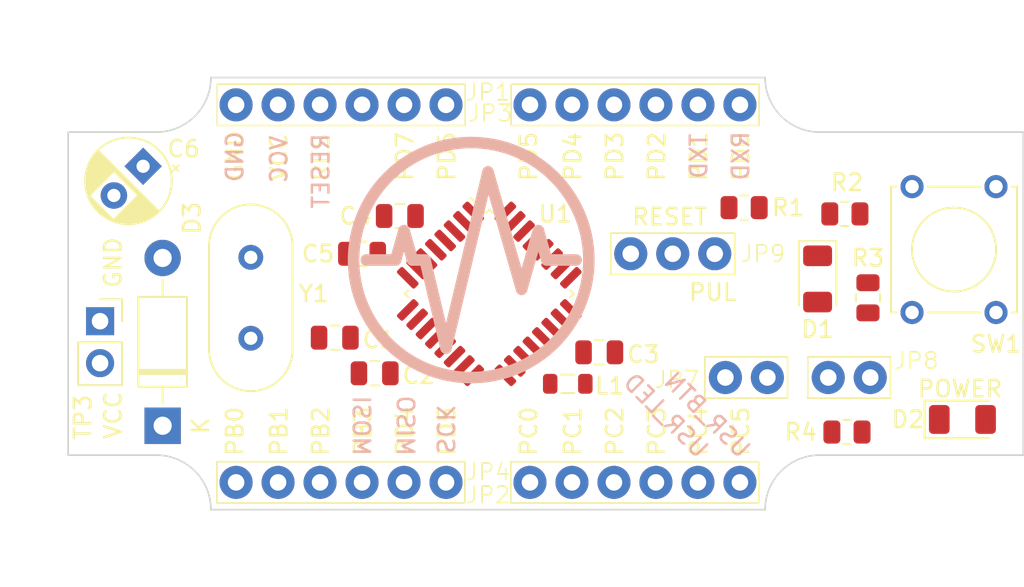
<source format=kicad_pcb>
(kicad_pcb (version 20221018) (generator pcbnew)
  (layers (0 "F.Cu" signal) (31 "B.Cu" signal) (34 "B.Paste" user) (35 "F.Paste" user) (36 "B.SilkS" user "B.Silkscreen") (37 "F.SilkS" user "F.Silkscreen") (38 "B.Mask" user) (39 "F.Mask" user) (44 "Edge.Cuts" user))
  (net 0 "")
  (net 1 "/PD6(AIN0)")
  (net 2 "/PD7(AIN1)")
  (net 4 "VCC")
  (net 5 "GND")
  (net 6 "/PC0")
  (net 7 "/PC1")
  (net 8 "/PC2")
  (net 9 "/PC3")
  (net 10 "/PC4(LED)")
  (net 11 "/PC5(BTN)")
  (net 12 "/PD0(RXD)")
  (net 13 "/PD1(TXD)")
  (net 14 "/PD2")
  (net 15 "/PD3")
  (net 16 "/PD4")
  (net 17 "/PD5")
  (net 18 "/PB0")
  (net 19 "/PB1")
  (net 20 "/PB2(SS)")
  (net 21 "/PB3(MOSI)")
  (net 22 "/PB4(MISO)")
  (net 23 "/PB5(SCK)")
  (net 24 "Net-(D2-K)")
  (net 25 "Net-(D1-A)")
  (net 26 "Net-(JP8-A)")
  (net 27 "Net-(JP9-A)")
  (net 28 "Net-(JP9-C)")
  (net 31 "/XTAL1")
  (net 32 "/XTAL2")
  (net 33 "Net-(U1-AVCC)")
  (net 36 "Net-(D1-K)")
  (net 37 "/EXT_RESET")
  (footprint "project_lib_footprints:2_pin_jumper_socket" (layer "F.Cu") (at 146.304 92.71 180)
    (fp_text reference "JP8" (at -4.064 1.016 unlocked) (layer "F.SilkS") (effects (font (thickness 0.1))))
    (fp_text value "USR_BTN_jumper")
    (fp_line (start -2.5 -1.25) (end 2.5 -1.25) (stroke (width 0.1)) (layer "F.SilkS"))
    (fp_line (start -2.5 1.25) (end -2.5 -1.25) (stroke (width 0.1)) (layer "F.SilkS"))
    (fp_line (start 2.5 -1.25) (end 2.5 1.25) (stroke (width 0.1)) (layer "F.SilkS"))
    (fp_line (start 2.5 1.25) (end -2.5 1.25) (stroke (width 0.1)) (layer "F.SilkS"))
    (pad "1" thru_hole circle (at -1.28 0 180) (size 2 2) (drill 1) (layers "*.Cu" "*.Mask") (net 26 "Net-(JP8-A)"))
    (pad "2" thru_hole circle (at 1.26 0 180) (size 2 2) (drill 1) (layers "*.Cu" "*.Mask") (net 11 "/PC5(BTN)"))
  )
  (footprint "Crystal:Crystal_HC18-U_Vertical" (layer "F.Cu") (at 110.109 90.334001 90)
    (fp_text reference "Y1" (at 2.704001 3.81 180) (layer "F.SilkS"))
    (fp_text value "Crystal_Small")
    (fp_line (start -0.675 -2.525) (end 5.575 -2.525) (stroke (width 0.12)) (layer "F.SilkS"))
    (fp_line (start -0.675 2.525) (end 5.575 2.525) (stroke (width 0.12)) (layer "F.SilkS"))
    (fp_arc (start -0.675 2.525) (mid -3.2 0) (end -0.675 -2.525) (stroke (width 0.12)) (layer "F.SilkS"))
    (fp_arc (start 5.575 -2.525) (mid 8.1 0) (end 5.575 2.525) (stroke (width 0.12)) (layer "F.SilkS"))
    (pad "1" thru_hole circle (at 0 0 90) (size 1.5 1.5) (drill 0.8) (layers "*.Cu" "*.Mask") (net 32 "/XTAL2"))
    (pad "2" thru_hole circle (at 4.9 0 90) (size 1.5 1.5) (drill 0.8) (layers "*.Cu" "*.Mask") (net 31 "/XTAL1"))
  )
  (footprint "project_lib_footprints:2_pin_jumper_socket" (layer "F.Cu") (at 140.081 92.71 180)
    (fp_text reference "JP7" (at 4.191 -0.127 unlocked) (layer "F.SilkS") (effects (font (thickness 0.1))))
    (fp_text value "USR_LED_jumper")
    (fp_line (start -2.5 -1.25) (end 2.5 -1.25) (stroke (width 0.1)) (layer "F.SilkS"))
    (fp_line (start -2.5 1.25) (end -2.5 -1.25) (stroke (width 0.1)) (layer "F.SilkS"))
    (fp_line (start 2.5 -1.25) (end 2.5 1.25) (stroke (width 0.1)) (layer "F.SilkS"))
    (fp_line (start 2.5 1.25) (end -2.5 1.25) (stroke (width 0.1)) (layer "F.SilkS"))
    (pad "1" thru_hole circle (at -1.28 0 180) (size 2 2) (drill 1) (layers "*.Cu" "*.Mask") (net 25 "Net-(D1-A)"))
    (pad "2" thru_hole circle (at 1.26 0 180) (size 2 2) (drill 1) (layers "*.Cu" "*.Mask") (net 10 "/PC4(LED)"))
  )
  (footprint "project_lib_footprints:3_pin_jumper_socker" (layer "F.Cu") (at 135.636 85.217 180)
    (fp_text reference "JP9" (at -5.461 0 unlocked) (layer "F.SilkS") (effects (font (thickness 0.1))))
    (fp_text value "Jumper_3_Bridged12")
    (fp_rect (start 3.75 -1.25) (end -3.75 1.25) (stroke (width 0.1)) (fill none) (layer "F.SilkS"))
    (pad "1" thru_hole circle (at -2.54 0 180) (size 2 2) (drill 1) (layers "*.Cu" "*.Mask") (net 27 "Net-(JP9-A)"))
    (pad "2" thru_hole circle (at 0 0 180) (size 2 2) (drill 1) (layers "*.Cu" "*.Mask") (net 28 "Net-(JP9-C)"))
    (pad "3" thru_hole circle (at 2.54 0 180) (size 2 2) (drill 1) (layers "*.Cu" "*.Mask") (net 37 "/EXT_RESET"))
  )
  (footprint "LED_SMD:LED_1206_3216Metric" (layer "F.Cu") (at 144.399 86.741 -90)
    (fp_text reference "D1" (at 3.048 0 -180) (layer "F.SilkS"))
    (fp_text value "USR_LED")
    (fp_line (start -2.285 -1.135) (end -2.285 1.135) (stroke (width 0.12)) (layer "F.SilkS"))
    (fp_line (start -2.285 1.135) (end 1.6 1.135) (stroke (width 0.12)) (layer "F.SilkS"))
    (fp_line (start 1.6 -1.135) (end -2.285 -1.135) (stroke (width 0.12)) (layer "F.SilkS"))
    (pad "1" smd roundrect (at -1.4 0 270) (size 1.25 1.75) (layers "F.Cu" "F.Paste" "F.Mask") (roundrect_rratio 0.2) (net 36 "Net-(D1-K)"))
    (pad "2" smd roundrect (at 1.4 0 270) (size 1.25 1.75) (layers "F.Cu" "F.Paste" "F.Mask") (roundrect_rratio 0.2) (net 25 "Net-(D1-A)"))
  )
  (footprint "Package_QFP:LQFP-32_7x7mm_P0.8mm" (layer "F.Cu") (at 124.538616 87.643957 -45)
    (fp_text reference "U1" (at -0.604274 -6.240458 -180) (layer "F.SilkS"))
    (fp_text value "~")
    (fp_line (start -3.61 -3.61) (end -3.61 -3.31) (stroke (width 0.12)) (layer "F.SilkS"))
    (fp_line (start -3.61 -3.31) (end -4.925 -3.31) (stroke (width 0.12)) (layer "F.SilkS"))
    (fp_line (start -3.61 3.61) (end -3.61 3.31) (stroke (width 0.12)) (layer "F.SilkS"))
    (fp_line (start -3.31 -3.61) (end -3.61 -3.61) (stroke (width 0.12)) (layer "F.SilkS"))
    (fp_line (start -3.31 3.61) (end -3.61 3.61) (stroke (width 0.12)) (layer "F.SilkS"))
    (fp_line (start 3.31 -3.61) (end 3.61 -3.61) (stroke (width 0.12)) (layer "F.SilkS"))
    (fp_line (start 3.31 3.61) (end 3.61 3.61) (stroke (width 0.12)) (layer "F.SilkS"))
    (fp_line (start 3.61 -3.61) (end 3.61 -3.31) (stroke (width 0.12)) (layer "F.SilkS"))
    (fp_line (start 3.61 3.61) (end 3.61 3.31) (stroke (width 0.12)) (layer "F.SilkS"))
    (pad "1" smd roundrect (at -4.175 -2.8 315) (size 1.5 0.5) (layers "F.Cu" "F.Paste" "F.Mask") (net 15 "/PD3"))
    (pad "2" smd roundrect (at -4.175 -2 315) (size 1.5 0.5) (layers "F.Cu" "F.Paste" "F.Mask") (net 16 "/PD4"))
    (pad "3" smd roundrect (at -4.175 -1.2 315) (size 1.5 0.5) (layers "F.Cu" "F.Paste" "F.Mask"))
    (pad "4" smd roundrect (at -4.175 -0.4 315) (size 1.5 0.5) (layers "F.Cu" "F.Paste" "F.Mask") (net 4 "VCC"))
    (pad "5" smd roundrect (at -4.175 0.4 315) (size 1.5 0.5) (layers "F.Cu" "F.Paste" "F.Mask") (net 5 "GND"))
    (pad "6" smd roundrect (at -4.175 1.2 315) (size 1.5 0.5) (layers "F.Cu" "F.Paste" "F.Mask"))
    (pad "7" smd roundrect (at -4.175 2 315) (size 1.5 0.5) (layers "F.Cu" "F.Paste" "F.Mask") (net 31 "/XTAL1"))
    (pad "8" smd roundrect (at -4.175 2.8 315) (size 1.5 0.5) (layers "F.Cu" "F.Paste" "F.Mask") (net 32 "/XTAL2"))
    (pad "9" smd roundrect (at -2.8 4.175 315) (size 0.5 1.5) (layers "F.Cu" "F.Paste" "F.Mask") (net 17 "/PD5"))
    (pad "10" smd roundrect (at -2 4.175 315) (size 0.5 1.5) (layers "F.Cu" "F.Paste" "F.Mask") (net 1 "/PD6(AIN0)"))
    (pad "11" smd roundrect (at -1.2 4.175 315) (size 0.5 1.5) (layers "F.Cu" "F.Paste" "F.Mask") (net 2 "/PD7(AIN1)"))
    (pad "12" smd roundrect (at -0.4 4.175 315) (size 0.5 1.5) (layers "F.Cu" "F.Paste" "F.Mask") (net 18 "/PB0"))
    (pad "13" smd roundrect (at 0.4 4.175 315) (size 0.5 1.5) (layers "F.Cu" "F.Paste" "F.Mask") (net 19 "/PB1"))
    (pad "14" smd roundrect (at 1.2 4.175 315) (size 0.5 1.5) (layers "F.Cu" "F.Paste" "F.Mask") (net 20 "/PB2(SS)"))
    (pad "15" smd roundrect (at 2 4.175 315) (size 0.5 1.5) (layers "F.Cu" "F.Paste" "F.Mask") (net 21 "/PB3(MOSI)"))
    (pad "16" smd roundrect (at 2.8 4.175 315) (size 0.5 1.5) (layers "F.Cu" "F.Paste" "F.Mask") (net 22 "/PB4(MISO)"))
    (pad "17" smd roundrect (at 4.175 2.8 315) (size 1.5 0.5) (layers "F.Cu" "F.Paste" "F.Mask") (net 23 "/PB5(SCK)"))
    (pad "18" smd roundrect (at 4.175 2 315) (size 1.5 0.5) (layers "F.Cu" "F.Paste" "F.Mask") (net 33 "Net-(U1-AVCC)"))
    (pad "19" smd roundrect (at 4.175 1.2 315) (size 1.5 0.5) (layers "F.Cu" "F.Paste" "F.Mask"))
    (pad "20" smd roundrect (at 4.175 0.4 315) (size 1.5 0.5) (layers "F.Cu" "F.Paste" "F.Mask") (net 4 "VCC"))
    (pad "21" smd roundrect (at 4.175 -0.4 315) (size 1.5 0.5) (layers "F.Cu" "F.Paste" "F.Mask") (net 5 "GND"))
    (pad "22" smd roundrect (at 4.175 -1.2 315) (size 1.5 0.5) (layers "F.Cu" "F.Paste" "F.Mask"))
    (pad "23" smd roundrect (at 4.175 -2 315) (size 1.5 0.5) (layers "F.Cu" "F.Paste" "F.Mask") (net 6 "/PC0"))
    (pad "24" smd roundrect (at 4.175 -2.8 315) (size 1.5 0.5) (layers "F.Cu" "F.Paste" "F.Mask") (net 7 "/PC1"))
    (pad "25" smd roundrect (at 2.8 -4.175 315) (size 0.5 1.5) (layers "F.Cu" "F.Paste" "F.Mask") (net 8 "/PC2"))
    (pad "26" smd roundrect (at 2 -4.175 315) (size 0.5 1.5) (layers "F.Cu" "F.Paste" "F.Mask") (net 9 "/PC3"))
    (pad "27" smd roundrect (at 1.2 -4.175 315) (size 0.5 1.5) (layers "F.Cu" "F.Paste" "F.Mask") (net 10 "/PC4(LED)"))
    (pad "28" smd roundrect (at 0.4 -4.175 315) (size 0.5 1.5) (layers "F.Cu" "F.Paste" "F.Mask") (net 11 "/PC5(BTN)"))
    (pad "29" smd roundrect (at -0.4 -4.175 315) (size 0.5 1.5) (layers "F.Cu" "F.Paste" "F.Mask") (net 28 "Net-(JP9-C)"))
    (pad "30" smd roundrect (at -1.2 -4.175 315) (size 0.5 1.5) (layers "F.Cu" "F.Paste" "F.Mask") (net 12 "/PD0(RXD)"))
    (pad "31" smd roundrect (at -2 -4.175 315) (size 0.5 1.5) (layers "F.Cu" "F.Paste" "F.Mask") (net 13 "/PD1(TXD)"))
    (pad "32" smd roundrect (at -2.8 -4.175 315) (size 0.5 1.5) (layers "F.Cu" "F.Paste" "F.Mask") (net 14 "/PD2"))
  )
  (footprint "Diode_THT:D_DO-41_SOD81_P10.16mm_Horizontal" (layer "F.Cu") (at 104.775 95.631 90)
    (fp_text reference "D3" (at 12.573 1.778 90) (layer "F.SilkS"))
    (fp_text value "1N4001")
    (fp_text user "K" (at 0 2.286 90) (layer "F.SilkS"))
    (fp_line (start 1.34 0) (end 2.36 0) (stroke (width 0.12)) (layer "F.SilkS"))
    (fp_line (start 2.36 -1.47) (end 2.36 1.47) (stroke (width 0.12)) (layer "F.SilkS"))
    (fp_line (start 2.36 1.47) (end 7.8 1.47) (stroke (width 0.12)) (layer "F.SilkS"))
    (fp_line (start 3.14 -1.47) (end 3.14 1.47) (stroke (width 0.12)) (layer "F.SilkS"))
    (fp_line (start 3.26 -1.47) (end 3.26 1.47) (stroke (width 0.12)) (layer "F.SilkS"))
    (fp_line (start 3.38 -1.47) (end 3.38 1.47) (stroke (width 0.12)) (layer "F.SilkS"))
    (fp_line (start 7.8 -1.47) (end 2.36 -1.47) (stroke (width 0.12)) (layer "F.SilkS"))
    (fp_line (start 7.8 1.47) (end 7.8 -1.47) (stroke (width 0.12)) (layer "F.SilkS"))
    (fp_line (start 8.82 0) (end 7.8 0) (stroke (width 0.12)) (layer "F.SilkS"))
    (pad "1" thru_hole rect (at 0 0 90) (size 2.2 2.2) (drill 1.1) (layers "*.Cu" "*.Mask") (net 4 "VCC"))
    (pad "2" thru_hole oval (at 10.16 0 90) (size 2.2 2.2) (drill 1.1) (layers "*.Cu" "*.Mask") (net 5 "GND"))
  )
  (footprint "Button_Switch_THT:SW_Tactile_Straight_KSA0Axx1LFTR" (layer "F.Cu") (at 155.194 81.153 -90)
    (fp_text reference "SW1" (at 9.525 0 -180) (layer "F.SilkS"))
    (fp_text value "USR_BTN")
    (fp_line (start 0 -1.27) (end 0 -0.97) (stroke (width 0.12)) (layer "F.SilkS"))
    (fp_line (start 0 -1.27) (end 7.62 -1.27) (stroke (width 0.12)) (layer "F.SilkS"))
    (fp_line (start 0 0.97) (end 0 4.11) (stroke (width 0.12)) (layer "F.SilkS"))
    (fp_line (start 0 6.05) (end 0 6.35) (stroke (width 0.12)) (layer "F.SilkS"))
    (fp_line (start 7.62 -1.27) (end 7.62 -0.97) (stroke (width 0.12)) (layer "F.SilkS"))
    (fp_line (start 7.62 0.97) (end 7.62 4.11) (stroke (width 0.12)) (layer "F.SilkS"))
    (fp_line (start 7.62 6.05) (end 7.62 6.35) (stroke (width 0.12)) (layer "F.SilkS"))
    (fp_line (start 7.62 6.35) (end 0 6.35) (stroke (width 0.12)) (layer "F.SilkS"))
    (fp_circle (center 3.81 2.54) (end 3.81 0) (stroke (width 0.12)) (fill none) (layer "F.SilkS"))
    (pad "1" thru_hole circle (at 0 0 270) (size 1.397 1.397) (drill 0.8128) (layers "*.Cu" "*.Mask") (net 4 "VCC"))
    (pad "1" thru_hole circle (at 7.62 0 270) (size 1.397 1.397) (drill 0.8128) (layers "*.Cu" "*.Mask") (net 4 "VCC"))
    (pad "2" thru_hole circle (at 0 5.08 270) (size 1.397 1.397) (drill 0.8128) (layers "*.Cu" "*.Mask") (net 26 "Net-(JP8-A)"))
    (pad "2" thru_hole circle (at 7.62 5.08 270) (size 1.397 1.397) (drill 0.8128) (layers "*.Cu" "*.Mask") (net 26 "Net-(JP8-A)"))
  )
  (footprint "LED_SMD:LED_1206_3216Metric" (layer "F.Cu") (at 153.162 95.25)
    (fp_text reference "D2" (at -3.302 0 180) (layer "F.SilkS"))
    (fp_text value "PWR_LED")
    (fp_line (start -2.285 -1.135) (end -2.285 1.135) (stroke (width 0.12)) (layer "F.SilkS"))
    (fp_line (start -2.285 1.135) (end 1.6 1.135) (stroke (width 0.12)) (layer "F.SilkS"))
    (fp_line (start 1.6 -1.135) (end -2.285 -1.135) (stroke (width 0.12)) (layer "F.SilkS"))
    (pad "1" smd roundrect (at -1.4 0) (size 1.25 1.75) (layers "F.Cu" "F.Paste" "F.Mask") (roundrect_rratio 0.2) (net 24 "Net-(D2-K)"))
    (pad "2" smd roundrect (at 1.4 0) (size 1.25 1.75) (layers "F.Cu" "F.Paste" "F.Mask") (roundrect_rratio 0.2) (net 4 "VCC"))
  )
  (footprint "Resistor_SMD:R_0805_2012Metric" (layer "F.Cu") (at 146.05 82.804 180)
    (fp_text reference "R2" (at -0.127 1.905) (layer "F.SilkS"))
    (fp_text value "R")
    (fp_line (start -0.227064 -0.735) (end 0.227064 -0.735) (stroke (width 0.12)) (layer "F.SilkS"))
    (fp_line (start -0.227064 0.735) (end 0.227064 0.735) (stroke (width 0.12)) (layer "F.SilkS"))
    (pad "1" smd roundrect (at -0.9125 0 180) (size 1.025 1.4) (layers "F.Cu" "F.Paste" "F.Mask") (roundrect_rratio 0.243902) (net 5 "GND"))
    (pad "2" smd roundrect (at 0.9125 0 180) (size 1.025 1.4) (layers "F.Cu" "F.Paste" "F.Mask") (roundrect_rratio 0.243902) (net 36 "Net-(D1-K)"))
  )
  (footprint "Capacitor_SMD:C_0805_2012Metric" (layer "F.Cu") (at 117.602 92.456)
    (fp_text reference "C2" (at 2.667 0.127) (layer "F.SilkS"))
    (fp_text value "C")
    (fp_line (start -0.261252 -0.735) (end 0.261252 -0.735) (stroke (width 0.12)) (layer "F.SilkS"))
    (fp_line (start -0.261252 0.735) (end 0.261252 0.735) (stroke (width 0.12)) (layer "F.SilkS"))
    (pad "1" smd roundrect (at -0.95 0) (size 1 1.45) (layers "F.Cu" "F.Paste" "F.Mask") (net 5 "GND"))
    (pad "2" smd roundrect (at 0.95 0) (size 1 1.45) (layers "F.Cu" "F.Paste" "F.Mask") (net 32 "/XTAL2"))
  )
  (footprint "Resistor_SMD:R_0805_2012Metric" (layer "F.Cu") (at 146.177 96.012)
    (fp_text reference "R4" (at -2.794 0 180) (layer "F.SilkS"))
    (fp_text value "R")
    (fp_line (start -0.227064 -0.735) (end 0.227064 -0.735) (stroke (width 0.12)) (layer "F.SilkS"))
    (fp_line (start -0.227064 0.735) (end 0.227064 0.735) (stroke (width 0.12)) (layer "F.SilkS"))
    (pad "1" smd roundrect (at -0.9125 0) (size 1.025 1.4) (layers "F.Cu" "F.Paste" "F.Mask") (roundrect_rratio 0.243902) (net 5 "GND"))
    (pad "2" smd roundrect (at 0.9125 0) (size 1.025 1.4) (layers "F.Cu" "F.Paste" "F.Mask") (roundrect_rratio 0.243902) (net 24 "Net-(D2-K)"))
  )
  (footprint "project_lib_footprints:breadboard_pins" (layer "F.Cu") (at 133.36 76.2 180)
    (fp_text reference "JP3" (at 8.773 -0.508 unlocked) (layer "F.SilkS") (effects (font (thickness 0.1))))
    (fp_text value "~")
    (fp_line (start -7.5 -1.25) (end 7.5 -1.25) (stroke (width 0.1)) (layer "F.SilkS"))
    (fp_line (start -7.5 1.25) (end -7.5 -1.25) (stroke (width 0.1)) (layer "F.SilkS"))
    (fp_line (start 7.5 -1.25) (end 7.5 -1) (stroke (width 0.1)) (layer "F.SilkS"))
    (fp_line (start 7.5 -1) (end 7.5 1.25) (stroke (width 0.1)) (layer "F.SilkS"))
    (fp_line (start 7.5 1.25) (end -7.5 1.25) (stroke (width 0.1)) (layer "F.SilkS"))
    (pad "1" thru_hole circle (at -6.34 0 180) (size 2 2) (drill 1) (layers "*.Cu" "*.Mask") (net 12 "/PD0(RXD)"))
    (pad "2" thru_hole circle (at -3.8 0 180) (size 2 2) (drill 1) (layers "*.Cu" "*.Mask") (net 13 "/PD1(TXD)"))
    (pad "3" thru_hole circle (at -1.26 0 180) (size 2 2) (drill 1) (layers "*.Cu" "*.Mask") (net 14 "/PD2"))
    (pad "4" thru_hole circle (at 1.28 0 180) (size 2 2) (drill 1) (layers "*.Cu" "*.Mask") (net 15 "/PD3"))
    (pad "5" thru_hole circle (at 3.82 0 180) (size 2 2) (drill 1) (layers "*.Cu" "*.Mask") (net 16 "/PD4"))
    (pad "6" thru_hole circle (at 6.36 0 180) (size 2 2) (drill 1) (layers "*.Cu" "*.Mask") (net 17 "/PD5"))
  )
  (footprint "Capacitor_THT:CP_Radial_D5.0mm_P2.50mm" (layer "F.Cu") (at 103.595143 79.919857 -135)
    (fp_text reference "C6" (at -2.476793 -0.987828 -180) (layer "F.SilkS"))
    (fp_text value "C_Polarized")
    (fp_line (start -1.554775 -1.475) (end -1.054775 -1.475) (stroke (width 0.12)) (layer "F.SilkS"))
    (fp_line (start -1.304775 -1.725) (end -1.304775 -1.225) (stroke (width 0.12)) (layer "F.SilkS"))
    (fp_line (start 1.25 -2.58) (end 1.25 2.58) (stroke (width 0.12)) (layer "F.SilkS"))
    (fp_line (start 1.29 -2.58) (end 1.29 2.58) (stroke (width 0.12)) (layer "F.SilkS"))
    (fp_line (start 1.33 -2.579) (end 1.33 2.579) (stroke (width 0.12)) (layer "F.SilkS"))
    (fp_line (start 1.37 -2.578) (end 1.37 2.578) (stroke (width 0.12)) (layer "F.SilkS"))
    (fp_line (start 1.41 -2.576) (end 1.41 2.576) (stroke (width 0.12)) (layer "F.SilkS"))
    (fp_line (start 1.45 -2.573) (end 1.45 2.573) (stroke (width 0.12)) (layer "F.SilkS"))
    (fp_line (start 1.49 -2.569) (end 1.49 -1.04) (stroke (width 0.12)) (layer "F.SilkS"))
    (fp_line (start 1.49 1.04) (end 1.49 2.569) (stroke (width 0.12)) (layer "F.SilkS"))
    (fp_line (start 1.53 -2.565) (end 1.53 -1.04) (stroke (width 0.12)) (layer "F.SilkS"))
    (fp_line (start 1.53 1.04) (end 1.53 2.565) (stroke (width 0.12)) (layer "F.SilkS"))
    (fp_line (start 1.57 -2.561) (end 1.57 -1.04) (stroke (width 0.12)) (layer "F.SilkS"))
    (fp_line (start 1.57 1.04) (end 1.57 2.561) (stroke (width 0.12)) (layer "F.SilkS"))
    (fp_line (start 1.61 -2.556) (end 1.61 -1.04) (stroke (width 0.12)) (layer "F.SilkS"))
    (fp_line (start 1.61 1.04) (end 1.61 2.556) (stroke (width 0.12)) (layer "F.SilkS"))
    (fp_line (start 1.65 -2.55) (end 1.65 -1.04) (stroke (width 0.12)) (layer "F.SilkS"))
    (fp_line (start 1.65 1.04) (end 1.65 2.55) (stroke (width 0.12)) (layer "F.SilkS"))
    (fp_line (start 1.69 -2.543) (end 1.69 -1.04) (stroke (width 0.12)) (layer "F.SilkS"))
    (fp_line (start 1.69 1.04) (end 1.69 2.543) (stroke (width 0.12)) (layer "F.SilkS"))
    (fp_line (start 1.73 -2.536) (end 1.73 -1.04) (stroke (width 0.12)) (layer "F.SilkS"))
    (fp_line (start 1.73 1.04) (end 1.73 2.536) (stroke (width 0.12)) (layer "F.SilkS"))
    (fp_line (start 1.77 -2.528) (end 1.77 -1.04) (stroke (width 0.12)) (layer "F.SilkS"))
    (fp_line (start 1.77 1.04) (end 1.77 2.528) (stroke (width 0.12)) (layer "F.SilkS"))
    (fp_line (start 1.81 -2.52) (end 1.81 -1.04) (stroke (width 0.12)) (layer "F.SilkS"))
    (fp_line (start 1.81 1.04) (end 1.81 2.52) (stroke (width 0.12)) (layer "F.SilkS"))
    (fp_line (start 1.85 -2.511) (end 1.85 -1.04) (stroke (width 0.12)) (layer "F.SilkS"))
    (fp_line (start 1.85 1.04) (end 1.85 2.511) (stroke (width 0.12)) (layer "F.SilkS"))
    (fp_line (start 1.89 -2.501) (end 1.89 -1.04) (stroke (width 0.12)) (layer "F.SilkS"))
    (fp_line (start 1.89 1.04) (end 1.89 2.501) (stroke (width 0.12)) (layer "F.SilkS"))
    (fp_line (start 1.93 -2.491) (end 1.93 -1.04) (stroke (width 0.12)) (layer "F.SilkS"))
    (fp_line (start 1.93 1.04) (end 1.93 2.491) (stroke (width 0.12)) (layer "F.SilkS"))
    (fp_line (start 1.971 -2.48) (end 1.971 -1.04) (stroke (width 0.12)) (layer "F.SilkS"))
    (fp_line (start 1.971 1.04) (end 1.971 2.48) (stroke (width 0.12)) (layer "F.SilkS"))
    (fp_line (start 2.011 -2.468) (end 2.011 -1.04) (stroke (width 0.12)) (layer "F.SilkS"))
    (fp_line (start 2.011 1.04) (end 2.011 2.468) (stroke (width 0.12)) (layer "F.SilkS"))
    (fp_line (start 2.051 -2.455) (end 2.051 -1.04) (stroke (width 0.12)) (layer "F.SilkS"))
    (fp_line (start 2.051 1.04) (end 2.051 2.455) (stroke (width 0.12)) (layer "F.SilkS"))
    (fp_line (start 2.091 -2.442) (end 2.091 -1.04) (stroke (width 0.12)) (layer "F.SilkS"))
    (fp_line (start 2.091 1.04) (end 2.091 2.442) (stroke (width 0.12)) (layer "F.SilkS"))
    (fp_line (start 2.131 -2.428) (end 2.131 -1.04) (stroke (width 0.12)) (layer "F.SilkS"))
    (fp_line (start 2.131 1.04) (end 2.131 2.428) (stroke (width 0.12)) (layer "F.SilkS"))
    (fp_line (start 2.171 -2.414) (end 2.171 -1.04) (stroke (width 0.12)) (layer "F.SilkS"))
    (fp_line (start 2.171 1.04) (end 2.171 2.414) (stroke (width 0.12)) (layer "F.SilkS"))
    (fp_line (start 2.211 -2.398) (end 2.211 -1.04) (stroke (width 0.12)) (layer "F.SilkS"))
    (fp_line (start 2.211 1.04) (end 2.211 2.398) (stroke (width 0.12)) (layer "F.SilkS"))
    (fp_line (start 2.251 -2.382) (end 2.251 -1.04) (stroke (width 0.12)) (layer "F.SilkS"))
    (fp_line (start 2.251 1.04) (end 2.251 2.382) (stroke (width 0.12)) (layer "F.SilkS"))
    (fp_line (start 2.291 -2.365) (end 2.291 -1.04) (stroke (width 0.12)) (layer "F.SilkS"))
    (fp_line (start 2.291 1.04) (end 2.291 2.365) (stroke (width 0.12)) (layer "F.SilkS"))
    (fp_line (start 2.331 -2.348) (end 2.331 -1.04) (stroke (width 0.12)) (layer "F.SilkS"))
    (fp_line (start 2.331 1.04) (end 2.331 2.348) (stroke (width 0.12)) (layer "F.SilkS"))
    (fp_line (start 2.371 -2.329) (end 2.371 -1.04) (stroke (width 0.12)) (layer "F.SilkS"))
    (fp_line (start 2.371 1.04) (end 2.371 2.329) (stroke (width 0.12)) (layer "F.SilkS"))
    (fp_line (start 2.411 -2.31) (end 2.411 -1.04) (stroke (width 0.12)) (layer "F.SilkS"))
    (fp_line (start 2.411 1.04) (end 2.411 2.31) (stroke (width 0.12)) (layer "F.SilkS"))
    (fp_line (start 2.451 -2.29) (end 2.451 -1.04) (stroke (width 0.12)) (layer "F.SilkS"))
    (fp_line (start 2.451 1.04) (end 2.451 2.29) (stroke (width 0.12)) (layer "F.SilkS"))
    (fp_line (start 2.491 -2.268) (end 2.491 -1.04) (stroke (width 0.12)) (layer "F.SilkS"))
    (fp_line (start 2.491 1.04) (end 2.491 2.268) (stroke (width 0.12)) (layer "F.SilkS"))
    (fp_line (start 2.531 -2.247) (end 2.531 -1.04) (stroke (width 0.12)) (layer "F.SilkS"))
    (fp_line (start 2.531 1.04) (end 2.531 2.247) (stroke (width 0.12)) (layer "F.SilkS"))
    (fp_line (start 2.571 -2.224) (end 2.571 -1.04) (stroke (width 0.12)) (layer "F.SilkS"))
    (fp_line (start 2.571 1.04) (end 2.571 2.224) (stroke (width 0.12)) (layer "F.SilkS"))
    (fp_line (start 2.611 -2.2) (end 2.611 -1.04) (stroke (width 0.12)) (layer "F.SilkS"))
    (fp_line (start 2.611 1.04) (end 2.611 2.2) (stroke (width 0.12)) (layer "F.SilkS"))
    (fp_line (start 2.651 -2.175) (end 2.651 -1.04) (stroke (width 0.12)) (layer "F.SilkS"))
    (fp_line (start 2.651 1.04) (end 2.651 2.175) (stroke (width 0.12)) (layer "F.SilkS"))
    (fp_line (start 2.691 -2.149) (end 2.691 -1.04) (stroke (width 0.12)) (layer "F.SilkS"))
    (fp_line (start 2.691 1.04) (end 2.691 2.149) (stroke (width 0.12)) (layer "F.SilkS"))
    (fp_line (start 2.731 -2.122) (end 2.731 -1.04) (stroke (width 0.12)) (layer "F.SilkS"))
    (fp_line (start 2.731 1.04) (end 2.731 2.122) (stroke (width 0.12)) (layer "F.SilkS"))
    (fp_line (start 2.771 -2.095) (end 2.771 -1.04) (stroke (width 0.12)) (layer "F.SilkS"))
    (fp_line (start 2.771 1.04) (end 2.771 2.095) (stroke (width 0.12)) (layer "F.SilkS"))
    (fp_line (start 2.811 -2.065) (end 2.811 -1.04) (stroke (width 0.12)) (layer "F.SilkS"))
    (fp_line (start 2.811 1.04) (end 2.811 2.065) (stroke (width 0.12)) (layer "F.SilkS"))
    (fp_line (start 2.851 -2.035) (end 2.851 -1.04) (stroke (width 0.12)) (layer "F.SilkS"))
    (fp_line (start 2.851 1.04) (end 2.851 2.035) (stroke (width 0.12)) (layer "F.SilkS"))
    (fp_line (start 2.891 -2.004) (end 2.891 -1.04) (stroke (width 0.12)) (layer "F.SilkS"))
    (fp_line (start 2.891 1.04) (end 2.891 2.004) (stroke (width 0.12)) (layer "F.SilkS"))
    (fp_line (start 2.931 -1.971) (end 2.931 -1.04) (stroke (width 0.12)) (layer "F.SilkS"))
    (fp_line (start 2.931 1.04) (end 2.931 1.971) (stroke (width 0.12)) (layer "F.SilkS"))
    (fp_line (start 2.971 -1.937) (end 2.971 -1.04) (stroke (width 0.12)) (layer "F.SilkS"))
    (fp_line (start 2.971 1.04) (end 2.971 1.937) (stroke (width 0.12)) (layer "F.SilkS"))
    (fp_line (start 3.011 -1.901) (end 3.011 -1.04) (stroke (width 0.12)) (layer "F.SilkS"))
    (fp_line (start 3.011 1.04) (end 3.011 1.901) (stroke (width 0.12)) (layer "F.SilkS"))
    (fp_line (start 3.051 -1.864) (end 3.051 -1.04) (stroke (width 0.12)) (layer "F.SilkS"))
    (fp_line (start 3.051 1.04) (end 3.051 1.864) (stroke (width 0.12)) (layer "F.SilkS"))
    (fp_line (start 3.091 -1.826) (end 3.091 -1.04) (stroke (width 0.12)) (layer "F.SilkS"))
    (fp_line (start 3.091 1.04) (end 3.091 1.826) (stroke (width 0.12)) (layer "F.SilkS"))
    (fp_line (start 3.131 -1.785) (end 3.131 -1.04) (stroke (width 0.12)) (layer "F.SilkS"))
    (fp_line (start 3.131 1.04) (end 3.131 1.785) (stroke (width 0.12)) (layer "F.SilkS"))
    (fp_line (start 3.171 -1.743) (end 3.171 -1.04) (stroke (width 0.12)) (layer "F.SilkS"))
    (fp_line (start 3.171 1.04) (end 3.171 1.743) (stroke (width 0.12)) (layer "F.SilkS"))
    (fp_line (start 3.211 -1.699) (end 3.211 -1.04) (stroke (width 0.12)) (layer "F.SilkS"))
    (fp_line (start 3.211 1.04) (end 3.211 1.699) (stroke (width 0.12)) (layer "F.SilkS"))
    (fp_line (start 3.251 -1.653) (end 3.251 -1.04) (stroke (width 0.12)) (layer "F.SilkS"))
    (fp_line (start 3.251 1.04) (end 3.251 1.653) (stroke (width 0.12)) (layer "F.SilkS"))
    (fp_line (start 3.291 -1.605) (end 3.291 -1.04) (stroke (width 0.12)) (layer "F.SilkS"))
    (fp_line (start 3.291 1.04) (end 3.291 1.605) (stroke (width 0.12)) (layer "F.SilkS"))
    (fp_line (start 3.331 -1.554) (end 3.331 -1.04) (stroke (width 0.12)) (layer "F.SilkS"))
    (fp_line (start 3.331 1.04) (end 3.331 1.554) (stroke (width 0.12)) (layer "F.SilkS"))
    (fp_line (start 3.371 -1.5) (end 3.371 -1.04) (stroke (width 0.12)) (layer "F.SilkS"))
    (fp_line (start 3.371 1.04) (end 3.371 1.5) (stroke (width 0.12)) (layer "F.SilkS"))
    (fp_line (start 3.411 -1.443) (end 3.411 -1.04) (stroke (width 0.12)) (layer "F.SilkS"))
    (fp_line (start 3.411 1.04) (end 3.411 1.443) (stroke (width 0.12)) (layer "F.SilkS"))
    (fp_line (start 3.451 -1.383) (end 3.451 -1.04) (stroke (width 0.12)) (layer "F.SilkS"))
    (fp_line (start 3.451 1.04) (end 3.451 1.383) (stroke (width 0.12)) (layer "F.SilkS"))
    (fp_line (start 3.491 -1.319) (end 3.491 -1.04) (stroke (width 0.12)) (layer "F.SilkS"))
    (fp_line (start 3.491 1.04) (end 3.491 1.319) (stroke (width 0.12)) (layer "F.SilkS"))
    (fp_line (start 3.531 -1.251) (end 3.531 -1.04) (stroke (width 0.12)) (layer "F.SilkS"))
    (fp_line (start 3.531 1.04) (end 3.531 1.251) (stroke (width 0.12)) (layer "F.SilkS"))
    (fp_line (start 3.571 -1.178) (end 3.571 1.178) (stroke (width 0.12)) (layer "F.SilkS"))
    (fp_line (start 3.611 -1.098) (end 3.611 1.098) (stroke (width 0.12)) (layer "F.SilkS"))
    (fp_line (start 3.651 -1.011) (end 3.651 1.011) (stroke (width 0.12)) (layer "F.SilkS"))
    (fp_line (start 3.691 -0.915) (end 3.691 0.915) (stroke (width 0.12)) (layer "F.SilkS"))
    (fp_line (start 3.731 -0.805) (end 3.731 0.805) (stroke (width 0.12)) (layer "F.SilkS"))
    (fp_line (start 3.771 -0.677) (end 3.771 0.677) (stroke (width 0.12)) (layer "F.SilkS"))
    (fp_line (start 3.811 -0.518) (end 3.811 0.518) (stroke (width 0.12)) (layer "F.SilkS"))
    (fp_line (start 3.851 -0.284) (end 3.851 0.284) (stroke (width 0.12)) (layer "F.SilkS"))
    (fp_circle (center 1.25 0) (end 3.87 0) (stroke (width 0.12)) (fill none) (layer "F.SilkS"))
    (pad "1" thru_hole rect (at 0 0 225) (size 1.6 1.6) (drill 0.8) (layers "*.Cu" "*.Mask") (net 4 "VCC"))
    (pad "2" thru_hole circle (at 2.5 0 225) (size 1.6 1.6) (drill 0.8) (layers "*.Cu" "*.Mask") (net 5 "GND"))
  )
  (footprint "Inductor_SMD:L_0805_2012Metric" (layer "F.Cu") (at 129.286 93.091 180)
    (fp_text reference "L1" (at -2.54 -0.127) (layer "F.SilkS"))
    (fp_text value "L")
    (fp_line (start -0.399622 -0.56) (end 0.399622 -0.56) (stroke (width 0.12)) (layer "F.SilkS"))
    (fp_line (start -0.399622 0.56) (end 0.399622 0.56) (stroke (width 0.12)) (layer "F.SilkS"))
    (pad "1" smd roundrect (at -1.0625 0 180) (size 0.875 1.2) (layers "F.Cu" "F.Paste" "F.Mask") (net 4 "VCC"))
    (pad "2" smd roundrect (at 1.0625 0 180) (size 0.875 1.2) (layers "F.Cu" "F.Paste" "F.Mask") (net 33 "Net-(U1-AVCC)"))
  )
  (footprint "project_lib_footprints:breadboard_pins" (layer "F.Cu") (at 115.56 99.06)
    (fp_text reference "JP4" (at 8.9 -0.635 unlocked) (layer "F.SilkS") (effects (font (thickness 0.1))))
    (fp_text value "~")
    (fp_line (start -7.5 -1.25) (end 7.5 -1.25) (stroke (width 0.1)) (layer "F.SilkS"))
    (fp_line (start -7.5 1.25) (end -7.5 -1.25) (stroke (width 0.1)) (layer "F.SilkS"))
    (fp_line (start 7.5 -1.25) (end 7.5 -1) (stroke (width 0.1)) (layer "F.SilkS"))
    (fp_line (start 7.5 -1) (end 7.5 1.25) (stroke (width 0.1)) (layer "F.SilkS"))
    (fp_line (start 7.5 1.25) (end -7.5 1.25) (stroke (width 0.1)) (layer "F.SilkS"))
    (pad "1" thru_hole circle (at -6.34 0) (size 2 2) (drill 1) (layers "*.Cu" "*.Mask") (net 18 "/PB0"))
    (pad "2" thru_hole circle (at -3.8 0) (size 2 2) (drill 1) (layers "*.Cu" "*.Mask") (net 19 "/PB1"))
    (pad "3" thru_hole circle (at -1.26 0) (size 2 2) (drill 1) (layers "*.Cu" "*.Mask") (net 20 "/PB2(SS)"))
    (pad "4" thru_hole circle (at 1.28 0) (size 2 2) (drill 1) (layers "*.Cu" "*.Mask") (net 21 "/PB3(MOSI)"))
    (pad "5" thru_hole circle (at 3.82 0) (size 2 2) (drill 1) (layers "*.Cu" "*.Mask") (net 22 "/PB4(MISO)"))
    (pad "6" thru_hole circle (at 6.36 0) (size 2 2) (drill 1) (layers "*.Cu" "*.Mask") (net 23 "/PB5(SCK)"))
  )
  (footprint "Capacitor_SMD:C_0805_2012Metric" (layer "F.Cu") (at 115.189 90.297)
    (fp_text reference "C1" (at 2.667 0.127) (layer "F.SilkS"))
    (fp_text value "C")
    (fp_line (start -0.261252 -0.735) (end 0.261252 -0.735) (stroke (width 0.12)) (layer "F.SilkS"))
    (fp_line (start -0.261252 0.735) (end 0.261252 0.735) (stroke (width 0.12)) (layer "F.SilkS"))
    (pad "1" smd roundrect (at -0.95 0) (size 1 1.45) (layers "F.Cu" "F.Paste" "F.Mask") (net 5 "GND"))
    (pad "2" smd roundrect (at 0.95 0) (size 1 1.45) (layers "F.Cu" "F.Paste" "F.Mask") (net 31 "/XTAL1"))
  )
  (footprint "Connector_PinSocket_2.54mm:PinSocket_1x02_P2.54mm_Vertical" (layer "F.Cu") (at 100.99 89.301)
    (fp_text reference "TP3" (at -1.041 5.822 90) (layer "F.SilkS"))
    (fp_text value "TestPoint_2Pole")
    (fp_line (start -1.33 1.27) (end -1.33 3.87) (stroke (width 0.12)) (layer "F.SilkS"))
    (fp_line (start -1.33 1.27) (end 1.33 1.27) (stroke (width 0.12)) (layer "F.SilkS"))
    (fp_line (start -1.33 3.87) (end 1.33 3.87) (stroke (width 0.12)) (layer "F.SilkS"))
    (fp_line (start 0 -1.33) (end 1.33 -1.33) (stroke (width 0.12)) (layer "F.SilkS"))
    (fp_line (start 1.33 -1.33) (end 1.33 0) (stroke (width 0.12)) (layer "F.SilkS"))
    (fp_line (start 1.33 1.27) (end 1.33 3.87) (stroke (width 0.12)) (layer "F.SilkS"))
    (pad "1" thru_hole rect (at 0 0) (size 1.7 1.7) (drill 1) (layers "*.Cu" "*.Mask") (net 5 "GND"))
    (pad "2" thru_hole oval (at 0 2.54) (size 1.7 1.7) (drill 1) (layers "*.Cu" "*.Mask") (net 4 "VCC"))
  )
  (footprint "Capacitor_SMD:C_0805_2012Metric" (layer "F.Cu") (at 116.84 85.217)
    (fp_text reference "C5" (at -2.667 0) (layer "F.SilkS"))
    (fp_text value "C")
    (fp_line (start -0.261252 -0.735) (end 0.261252 -0.735) (stroke (width 0.12)) (layer "F.SilkS"))
    (fp_line (start -0.261252 0.735) (end 0.261252 0.735) (stroke (width 0.12)) (layer "F.SilkS"))
    (pad "1" smd roundrect (at -0.95 0) (size 1 1.45) (layers "F.Cu" "F.Paste" "F.Mask") (net 5 "GND"))
    (pad "2" smd roundrect (at 0.95 0) (size 1 1.45) (layers "F.Cu" "F.Paste" "F.Mask") (net 4 "VCC"))
  )
  (footprint "Resistor_SMD:R_0805_2012Metric" (layer "F.Cu") (at 147.447 87.884 -90)
    (fp_text reference "R3" (at -2.413 0 -180) (layer "F.SilkS"))
    (fp_text value "R")
    (fp_line (start -0.227064 -0.735) (end 0.227064 -0.735) (stroke (width 0.12)) (layer "F.SilkS"))
    (fp_line (start -0.227064 0.735) (end 0.227064 0.735) (stroke (width 0.12)) (layer "F.SilkS"))
    (pad "1" smd roundrect (at -0.9125 0 270) (size 1.025 1.4) (layers "F.Cu" "F.Paste" "F.Mask") (roundrect_rratio 0.243902) (net 5 "GND"))
    (pad "2" smd roundrect (at 0.9125 0 270) (size 1.025 1.4) (layers "F.Cu" "F.Paste" "F.Mask") (roundrect_rratio 0.243902) (net 26 "Net-(JP8-A)"))
  )
  (footprint "Capacitor_SMD:C_0805_2012Metric" (layer "F.Cu") (at 131.191 91.186 180)
    (fp_text reference "C3" (at -2.667 -0.127) (layer "F.SilkS"))
    (fp_text value "C")
    (fp_line (start -0.261252 -0.735) (end 0.261252 -0.735) (stroke (width 0.12)) (layer "F.SilkS"))
    (fp_line (start -0.261252 0.735) (end 0.261252 0.735) (stroke (width 0.12)) (layer "F.SilkS"))
    (pad "1" smd roundrect (at -0.95 0 180) (size 1 1.45) (layers "F.Cu" "F.Paste" "F.Mask") (net 5 "GND"))
    (pad "2" smd roundrect (at 0.95 0 180) (size 1 1.45) (layers "F.Cu" "F.Paste" "F.Mask") (net 33 "Net-(U1-AVCC)"))
  )
  (footprint "project_lib_footprints:breadboard_pins" (layer "F.Cu") (at 115.58 76.2 180)
    (fp_text reference "JP1" (at -8.88 0.762 unlocked) (layer "F.SilkS") (effects (font (thickness 0.1))))
    (fp_text value "~")
    (fp_line (start -7.5 -1.25) (end 7.5 -1.25) (stroke (width 0.1)) (layer "F.SilkS"))
    (fp_line (start -7.5 1.25) (end -7.5 -1.25) (stroke (width 0.1)) (layer "F.SilkS"))
    (fp_line (start 7.5 -1.25) (end 7.5 -1) (stroke (width 0.1)) (layer "F.SilkS"))
    (fp_line (start 7.5 -1) (end 7.5 1.25) (stroke (width 0.1)) (layer "F.SilkS"))
    (fp_line (start 7.5 1.25) (end -7.5 1.25) (stroke (width 0.1)) (layer "F.SilkS"))
    (pad "1" thru_hole circle (at -6.34 0 180) (size 2 2) (drill 1) (layers "*.Cu" "*.Mask") (net 1 "/PD6(AIN0)"))
    (pad "2" thru_hole circle (at -3.8 0 180) (size 2 2) (drill 1) (layers "*.Cu" "*.Mask") (net 2 "/PD7(AIN1)"))
    (pad "3" thru_hole circle (at -1.26 0 180) (size 2 2) (drill 1) (layers "*.Cu" "*.Mask"))
    (pad "4" thru_hole circle (at 1.28 0 180) (size 2 2) (drill 1) (layers "*.Cu" "*.Mask") (net 37 "/EXT_RESET"))
    (pad "5" thru_hole circle (at 3.82 0 180) (size 2 2) (drill 1) (layers "*.Cu" "*.Mask") (net 4 "VCC"))
    (pad "6" thru_hole circle (at 6.36 0 180) (size 2 2) (drill 1) (layers "*.Cu" "*.Mask") (net 5 "GND"))
  )
  (footprint "Capacitor_SMD:C_0805_2012Metric" (layer "F.Cu") (at 119.126 82.931)
    (fp_text reference "C4" (at -2.667 0) (layer "F.SilkS"))
    (fp_text value "C")
    (fp_line (start -0.261252 -0.735) (end 0.261252 -0.735) (stroke (width 0.12)) (layer "F.SilkS"))
    (fp_line (start -0.261252 0.735) (end 0.261252 0.735) (stroke (width 0.12)) (layer "F.SilkS"))
    (pad "1" smd roundrect (at -0.95 0) (size 1 1.45) (layers "F.Cu" "F.Paste" "F.Mask") (net 5 "GND"))
    (pad "2" smd roundrect (at 0.95 0) (size 1 1.45) (layers "F.Cu" "F.Paste" "F.Mask") (net 4 "VCC"))
  )
  (footprint "project_lib_footprints:breadboard_pins" (layer "F.Cu") (at 133.34 99.06)
    (fp_text reference "JP2" (at -8.88 0.762 unlocked) (layer "F.SilkS") (effects (font (thickness 0.1))))
    (fp_text value "~")
    (fp_line (start -7.5 -1.25) (end 7.5 -1.25) (stroke (width 0.1)) (layer "F.SilkS"))
    (fp_line (start -7.5 1.25) (end -7.5 -1.25) (stroke (width 0.1)) (layer "F.SilkS"))
    (fp_line (start 7.5 -1.25) (end 7.5 -1) (stroke (width 0.1)) (layer "F.SilkS"))
    (fp_line (start 7.5 -1) (end 7.5 1.25) (stroke (width 0.1)) (layer "F.SilkS"))
    (fp_line (start 7.5 1.25) (end -7.5 1.25) (stroke (width 0.1)) (layer "F.SilkS"))
    (pad "1" thru_hole circle (at -6.34 0) (size 2 2) (drill 1) (layers "*.Cu" "*.Mask") (net 6 "/PC0"))
    (pad "2" thru_hole circle (at -3.8 0) (size 2 2) (drill 1) (layers "*.Cu" "*.Mask") (net 7 "/PC1"))
    (pad "3" thru_hole circle (at -1.26 0) (size 2 2) (drill 1) (layers "*.Cu" "*.Mask") (net 8 "/PC2"))
    (pad "4" thru_hole circle (at 1.28 0) (size 2 2) (drill 1) (layers "*.Cu" "*.Mask") (net 9 "/PC3"))
    (pad "5" thru_hole circle (at 3.82 0) (size 2 2) (drill 1) (layers "*.Cu" "*.Mask") (net 10 "/PC4(LED)"))
    (pad "6" thru_hole circle (at 6.36 0) (size 2 2) (drill 1) (layers "*.Cu" "*.Mask") (net 11 "/PC5(BTN)"))
  )
  (footprint "Resistor_SMD:R_0805_2012Metric" (layer "F.Cu") (at 139.954 82.423 180)
    (fp_text reference "R1" (at -2.667 0) (layer "F.SilkS"))
    (fp_text value "R")
    (fp_line (start -0.227064 -0.735) (end 0.227064 -0.735) (stroke (width 0.12)) (layer "F.SilkS"))
    (fp_line (start -0.227064 0.735) (end 0.227064 0.735) (stroke (width 0.12)) (layer "F.SilkS"))
    (pad "1" smd roundrect (at -0.9125 0 180) (size 1.025 1.4) (layers "F.Cu" "F.Paste" "F.Mask") (roundrect_rratio 0.243902) (net 4 "VCC"))
    (pad "2" smd roundrect (at 0.9125 0 180) (size 1.025 1.4) (layers "F.Cu" "F.Paste" "F.Mask") (roundrect_rratio 0.243902) (net 27 "Net-(JP9-A)"))
  )
  (gr_line (start 119.38 83.815466) (end 118.872 85.593466) (stroke (width 0.7)) (layer "B.SilkS"))
  (gr_line (start 119.888 85.593466) (end 119.38 83.815466) (stroke (width 0.7)) (layer "B.SilkS"))
  (gr_line (start 126.492 87.371466) (end 124.46 80.259466) (stroke (width 0.7)) (layer "B.SilkS"))
  (gr_line (start 128.016 85.593466) (end 127.508 83.815466) (stroke (width 0.7)) (layer "B.SilkS"))
  (gr_line (start 121.92 90.927466) (end 120.65 85.593466) (stroke (width 0.7)) (layer "B.SilkS"))
  (gr_line (start 124.46 80.259466) (end 121.92 90.927466) (stroke (width 0.7)) (layer "B.SilkS"))
  (gr_line (start 120.65 85.593466) (end 119.888 85.593466) (stroke (width 0.7)) (layer "B.SilkS"))
  (gr_circle (center 123.444 85.598) (end 130.560534 85.598) (stroke (width 0.7)) (fill none) (layer "B.SilkS"))
  (gr_line (start 127.508 83.815466) (end 126.492 87.371466) (stroke (width 0.7)) (layer "B.SilkS"))
  (gr_line (start 118.872 85.593466) (end 117.094 85.593466) (stroke (width 0.7)) (layer "B.SilkS"))
  (gr_line (start 129.794 85.593466) (end 128.016 85.593466) (stroke (width 0.7)) (layer "B.SilkS"))
  (gr_arc (start 144.526 77.851) (mid 142.191133 76.883867) (end 141.224 74.549) (stroke (width 0.1)) (layer "Edge.Cuts"))
  (gr_line (start 144.526 77.851) (end 156.845 77.851) (stroke (width 0.1)) (layer "Edge.Cuts"))
  (gr_arc (start 141.224 100.711) (mid 142.191133 98.376133) (end 144.526 97.409) (stroke (width 0.1)) (layer "Edge.Cuts"))
  (gr_arc (start 104.394 97.409) (mid 106.728867 98.376133) (end 107.696 100.711) (stroke (width 0.1)) (layer "Edge.Cuts"))
  (gr_line (start 99.06 97.409) (end 99.06 77.851) (stroke (width 0.1)) (layer "Edge.Cuts"))
  (gr_line (start 156.845 77.851) (end 156.845 97.409) (stroke (width 0.1)) (layer "Edge.Cuts"))
  (gr_line (start 107.696 100.711) (end 141.224 100.711) (stroke (width 0.1)) (layer "Edge.Cuts"))
  (gr_line (start 104.394 97.409) (end 99.06 97.409) (stroke (width 0.1)) (layer "Edge.Cuts"))
  (gr_line (start 144.526 97.409) (end 156.845 97.409) (stroke (width 0.1)) (layer "Edge.Cuts"))
  (gr_line (start 99.06 77.851) (end 104.394 77.851) (stroke (width 0.1)) (layer "Edge.Cuts"))
  (gr_arc (start 107.696 74.549) (mid 106.728867 76.883867) (end 104.394 77.851) (stroke (width 0.1)) (layer "Edge.Cuts"))
  (gr_line (start 141.224 74.549) (end 107.696 74.549) (stroke (width 0.1)) (layer "Edge.Cuts"))
  (gr_text "SCK" (at 121.285 97.409 -90) (layer "B.SilkS") (effects (font (size 1 1)) (justify left bottom mirror)))
  (gr_text "RXD" (at 140.335 77.724 90) (layer "B.SilkS") (effects (font (size 1 1)) (justify left bottom mirror)))
  (gr_text "VCC" (at 112.395 77.978 90) (layer "B.SilkS") (effects (font (size 1 1)) (justify left bottom mirror)))
  (gr_text "GND" (at 109.728 77.724 90) (layer "B.SilkS") (effects (font (size 1 1)) (justify left bottom mirror)))
  (gr_text "MOSI" (at 116.205 97.536 -90) (layer "B.SilkS") (effects (font (size 1 1)) (justify left bottom mirror)))
  (gr_text "USR_BTN" (at 139.7 97.79 -45) (layer "B.SilkS") (effects (font (size 1 1)) (justify left bottom mirror)))
  (gr_text "MISO" (at 118.872 97.536 -90) (layer "B.SilkS") (effects (font (size 1 1)) (justify left bottom mirror)))
  (gr_text "USR_LED" (at 137.16 97.79 -45) (layer "B.SilkS") (effects (font (size 1 1)) (justify left bottom mirror)))
  (gr_text "RESET" (at 114.935 77.851 90) (layer "B.SilkS") (effects (font (size 1 1)) (justify left bottom mirror)))
  (gr_text "TXD" (at 137.795 77.851 90) (layer "B.SilkS") (effects (font (size 1 1)) (justify left bottom mirror)))
  (gr_text "PC4" (at 137.795 97.536 90) (layer "F.SilkS") (effects (font (size 1 1)) (justify left bottom)))
  (gr_text "PD6" (at 122.555 80.899 90) (layer "F.SilkS") (effects (font (size 1 1)) (justify left bottom)))
  (gr_text "PD0" (at 140.335 80.899 90) (layer "F.SilkS") (effects (font (size 1 1)) (justify left bottom)))
  (gr_text "PC0" (at 127.508 97.536 90) (layer "F.SilkS") (effects (font (size 1 1)) (justify left bottom)))
  (gr_text "PD3" (at 132.715 80.899 90) (layer "F.SilkS") (effects (font (size 1 1)) (justify left bottom)))
  (gr_text "GND" (at 109.728 80.899 90) (layer "F.SilkS") (effects (font (size 1 1)) (justify left bottom)))
  (gr_text "PD5" (at 127.508 80.899 90) (layer "F.SilkS") (effects (font (size 1 1)) (justify left bottom)))
  (gr_text "PD4" (at 120.015 97.536 90) (layer "F.SilkS") (effects (font (size 1 1)) (justify left bottom)))
  (gr_text "PC3" (at 135.255 97.536 90) (layer "F.SilkS") (effects (font (size 1 1)) (justify left bottom)))
  (gr_text "PD4" (at 130.175 80.899 90) (layer "F.SilkS") (effects (font (size 1 1)) (justify left bottom)))
  (gr_text "VCC" (at 102.362 96.52 90) (layer "F.SilkS") (effects (font (size 1 1)) (justify left bottom)))
  (gr_text "PC2" (at 132.715 97.536 90) (layer "F.SilkS") (effects (font (size 1 1)) (justify left bottom)))
  (gr_text "PC5" (at 140.335 97.536 90) (layer "F.SilkS") (effects (font (size 1 1)) (justify left bottom)))
  (gr_text "PB0" (at 109.728 97.536 90) (layer "F.SilkS") (effects (font (size 1 1)) (justify left bottom)))
  (gr_text "PD5" (at 122.555 97.536 90) (layer "F.SilkS") (effects (font (size 1 1)) (justify left bottom)))
  (gr_text "PB2" (at 114.935 97.536 90) (layer "F.SilkS") (effects (font (size 1 1)) (justify left bottom)))
  (gr_text "PB3" (at 117.475 97.536 90) (layer "F.SilkS") (effects (font (size 1 1)) (justify left bottom)))
  (gr_text "RESET" (at 133.096 83.566) (layer "F.SilkS") (effects (font (size 1 1)) (justify left bottom)))
  (gr_text "PC1" (at 130.175 97.536 90) (layer "F.SilkS") (effects (font (size 1 1)) (justify left bottom)))
  (gr_text "PD1" (at 137.795 80.899 90) (layer "F.SilkS") (effects (font (size 1 1)) (justify left bottom)))
  (gr_text "VCC" (at 112.395 80.899 90) (layer "F.SilkS") (effects (font (size 1 1)) (justify left bottom)))
  (gr_text "PUL" (at 136.525 88.138) (layer "F.SilkS") (effects (font (size 1 1)) (justify left bottom)))
  (gr_text "PB1" (at 112.395 97.536 90) (layer "F.SilkS") (effects (font (size 1 1)) (justify left bottom)))
  (gr_text "GND" (at 102.362 87.376 90) (layer "F.SilkS") (effects (font (size 1 1)) (justify left bottom)))
  (gr_text "POWER" (at 150.368 93.98) (layer "F.SilkS") (effects (font (size 1 1)) (justify left bottom)))
  (gr_text "PD7" (at 120.015 80.899 90) (layer "F.SilkS") (effects (font (size 1 1)) (justify left bottom)))
  (gr_text "PD2" (at 135.255 80.899 90) (layer "F.SilkS") (effects (font (size 1 1)) (justify left bottom)))
  (gr_text "RES" (at 114.935 80.899 90) (layer "F.SilkS") (effects (font (size 1 1)) (justify left bottom)))
)
</source>
